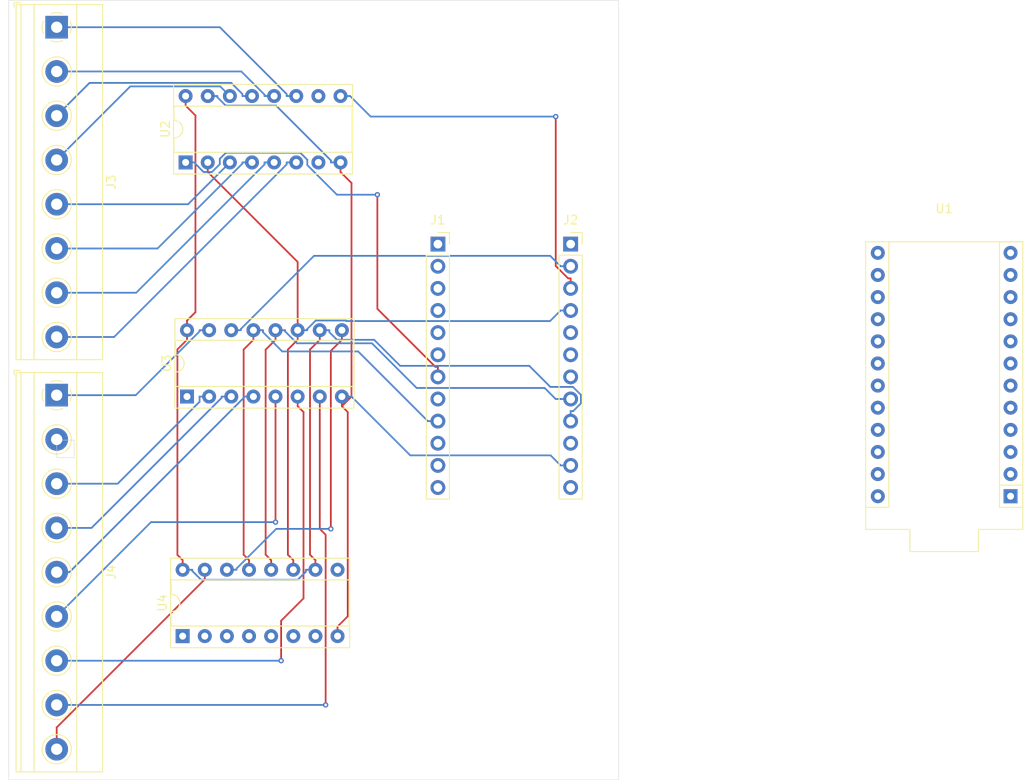
<source format=kicad_pcb>
(kicad_pcb (version 20240108) (generator "pcbnew") (generator_version "8.0")
  (layers (0 "F.Cu" signal) (31 "B.Cu" signal) (34 "B.Paste" user) (35 "F.Paste" user) (36 "B.SilkS" user "B.Silkscreen") (37 "F.SilkS" user "F.Silkscreen") (38 "B.Mask" user) (39 "F.Mask" user) (44 "Edge.Cuts" user))
  (net 0 "")
  (net 5 "Net-(J1-Pin_9)")
  (net 8 "Net-(J1-Pin_7)")
  (net 13 "Net-(J2-Pin_4)")
  (net 15 "Net-(J2-Pin_2)")
  (net 16 "Net-(J2-Pin_3)")
  (net 17 "GND")
  (net 19 "+5V")
  (net 23 "Net-(J2-Pin_8)")
  (net 25 "Net-(J3-Pin_6)")
  (net 26 "Net-(J3-Pin_3)")
  (net 27 "Net-(J3-Pin_4)")
  (net 28 "Net-(J3-Pin_5)")
  (net 29 "Net-(J3-Pin_1)")
  (net 30 "Net-(J3-Pin_7)")
  (net 31 "Net-(J3-Pin_8)")
  (net 32 "Net-(J3-Pin_2)")
  (net 33 "Net-(J4-Pin_8)")
  (net 34 "Net-(J4-Pin_1)")
  (net 35 "Net-(J4-Pin_7)")
  (net 36 "Net-(J4-Pin_3)")
  (net 37 "Net-(J4-Pin_5)")
  (net 38 "Net-(J4-Pin_2)")
  (net 39 "Net-(J4-Pin_4)")
  (net 40 "Net-(J4-Pin_6)")
  (net 41 "Net-(J4-Pin_9)")
  (net 68 "Net-(U3-QH')")
  (footprint "TerminalBlock_Phoenix:TerminalBlock_Phoenix_MKDS-1,5-9-5.08_1x09_P5.08mm_Horizontal" (layer "F.Cu") (at 33 97.34 -90)
    (property "Reference" "J4" (at 20.32 -6.26 90) (layer "F.SilkS"))
    (property "Value" "Screw_Terminal_01x09")
    (fp_line (start -2.84 4.9) (end -2.34 4.9) (stroke (width 0.12)) (layer "F.SilkS"))
    (fp_line (start -2.6 4.66) (end 43.24 4.66) (stroke (width 0.12)) (layer "F.SilkS"))
    (fp_line (start -2.84 4.16) (end -2.84 4.9) (stroke (width 0.12)) (layer "F.SilkS"))
    (fp_line (start -2.6 4.1) (end 43.24 4.1) (stroke (width 0.12)) (layer "F.SilkS"))
    (fp_line (start -2.6 2.6) (end 43.24 2.6) (stroke (width 0.12)) (layer "F.SilkS"))
    (fp_line (start 4.046 1.239) (end 4.011 1.274) (stroke (width 0.12)) (layer "F.SilkS"))
    (fp_line (start 9.126 1.239) (end 9.091 1.274) (stroke (width 0.12)) (layer "F.SilkS"))
    (fp_line (start 14.206 1.239) (end 14.171 1.274) (stroke (width 0.12)) (layer "F.SilkS"))
    (fp_line (start 19.286 1.239) (end 19.251 1.274) (stroke (width 0.12)) (layer "F.SilkS"))
    (fp_line (start 24.366 1.239) (end 24.331 1.274) (stroke (width 0.12)) (layer "F.SilkS"))
    (fp_line (start 29.446 1.239) (end 29.411 1.274) (stroke (width 0.12)) (layer "F.SilkS"))
    (fp_line (start 34.526 1.239) (end 34.491 1.274) (stroke (width 0.12)) (layer "F.SilkS"))
    (fp_line (start 39.606 1.239) (end 39.571 1.274) (stroke (width 0.12)) (layer "F.SilkS"))
    (fp_line (start 3.853 1.023) (end 3.806 1.069) (stroke (width 0.12)) (layer "F.SilkS"))
    (fp_line (start 8.933 1.023) (end 8.886 1.069) (stroke (width 0.12)) (layer "F.SilkS"))
    (fp_line (start 14.013 1.023) (end 13.966 1.069) (stroke (width 0.12)) (layer "F.SilkS"))
    (fp_line (start 19.093 1.023) (end 19.046 1.069) (stroke (width 0.12)) (layer "F.SilkS"))
    (fp_line (start 24.173 1.023) (end 24.126 1.069) (stroke (width 0.12)) (layer "F.SilkS"))
    (fp_line (start 29.253 1.023) (end 29.206 1.069) (stroke (width 0.12)) (layer "F.SilkS"))
    (fp_line (start 34.333 1.023) (end 34.286 1.069) (stroke (width 0.12)) (layer "F.SilkS"))
    (fp_line (start 39.413 1.023) (end 39.366 1.069) (stroke (width 0.12)) (layer "F.SilkS"))
    (fp_line (start 6.355 -1.069) (end 6.308 -1.023) (stroke (width 0.12)) (layer "F.SilkS"))
    (fp_line (start 11.435 -1.069) (end 11.388 -1.023) (stroke (width 0.12)) (layer "F.SilkS"))
    (fp_line (start 16.515 -1.069) (end 16.468 -1.023) (stroke (width 0.12)) (layer "F.SilkS"))
    (fp_line (start 21.595 -1.069) (end 21.548 -1.023) (stroke (width 0.12)) (layer "F.SilkS"))
    (fp_line (start 26.675 -1.069) (end 26.628 -1.023) (stroke (width 0.12)) (layer "F.SilkS"))
    (fp_line (start 31.755 -1.069) (end 31.708 -1.023) (stroke (width 0.12)) (layer "F.SilkS"))
    (fp_line (start 36.835 -1.069) (end 36.788 -1.023) (stroke (width 0.12)) (layer "F.SilkS"))
    (fp_line (start 41.915 -1.069) (end 41.868 -1.023) (stroke (width 0.12)) (layer "F.SilkS"))
    (fp_line (start 6.15 -1.275) (end 6.115 -1.239) (stroke (width 0.12)) (layer "F.SilkS"))
    (fp_line (start 11.23 -1.275) (end 11.195 -1.239) (stroke (width 0.12)) (layer "F.SilkS"))
    (fp_line (start 16.31 -1.275) (end 16.275 -1.239) (stroke (width 0.12)) (layer "F.SilkS"))
    (fp_line (start 21.39 -1.275) (end 21.355 -1.239) (stroke (width 0.12)) (layer "F.SilkS"))
    (fp_line (start 26.47 -1.275) (end 26.435 -1.239) (stroke (width 0.12)) (layer "F.SilkS"))
    (fp_line (start 31.55 -1.275) (end 31.515 -1.239) (stroke (width 0.12)) (layer "F.SilkS"))
    (fp_line (start 36.63 -1.275) (end 36.595 -1.239) (stroke (width 0.12)) (layer "F.SilkS"))
    (fp_line (start 41.71 -1.275) (end 41.675 -1.239) (stroke (width 0.12)) (layer "F.SilkS"))
    (fp_line (start -2.6 -2.301) (end 43.24 -2.301) (stroke (width 0.12)) (layer "F.SilkS"))
    (fp_line (start -2.6 -5.261) (end -2.6 4.66) (stroke (width 0.12)) (layer "F.SilkS"))
    (fp_line (start -2.6 -5.261) (end 43.24 -5.261) (stroke (width 0.12)) (layer "F.SilkS"))
    (fp_line (start 43.24 -5.261) (end 43.24 4.66) (stroke (width 0.12)) (layer "F.SilkS"))
    (fp_arc (start 0.028805 1.680253) (mid -0.335551 1.646659) (end -0.684 1.535) (stroke (width 0.12)) (layer "F.SilkS"))
    (fp_arc (start 0.683318 1.534756) (mid 0.349292 1.643288) (end 0 1.68) (stroke (width 0.12)) (layer "F.SilkS"))
    (fp_arc (start -1.535427 0.683042) (mid -1.680501 -0.000524) (end -1.535 -0.684) (stroke (width 0.12)) (layer "F.SilkS"))
    (fp_arc (start 1.535427 -0.683042) (mid 1.680501 0.000524) (end 1.535 0.684) (stroke (width 0.12)) (layer "F.SilkS"))
    (fp_arc (start -0.683042 -1.535427) (mid 0.000524 -1.680501) (end 0.684 -1.535) (stroke (width 0.12)) (layer "F.SilkS"))
    (fp_circle (center 5.08 0) (end 6.76 0) (stroke (width 0.12)) (fill none) (layer "F.SilkS"))
    (fp_circle (center 10.16 0) (end 11.84 0) (stroke (width 0.12)) (fill none) (layer "F.SilkS"))
    (fp_circle (center 15.24 0) (end 16.92 0) (stroke (width 0.12)) (fill none) (layer "F.SilkS"))
    (fp_circle (center 20.32 0) (end 22 0) (stroke (width 0.12)) (fill none) (layer "F.SilkS"))
    (fp_circle (center 25.4 0) (end 27.08 0) (stroke (width 0.12)) (fill none) (layer "F.SilkS"))
    (fp_circle (center 30.48 0) (end 32.16 0) (stroke (width 0.12)) (fill none) (layer "F.SilkS"))
    (fp_circle (center 35.56 0) (end 37.24 0) (stroke (width 0.12)) (fill none) (layer "F.SilkS"))
    (fp_circle (center 40.64 0) (end 42.32 0) (stroke (width 0.12)) (fill none) (layer "F.SilkS"))
    (pad "1" thru_hole rect (at 0 0 270) (size 2.6 2.6) (drill 1.3) (layers "*.Cu" "*.Mask") (net 34 "Net-(J4-Pin_1)"))
    (pad "2" thru_hole circle (at 5.08 0 270) (size 2.6 2.6) (drill 1.3) (layers "*.Cu" "*.Mask") (net 38 "Net-(J4-Pin_2)"))
    (pad "3" thru_hole circle (at 10.16 0 270) (size 2.6 2.6) (drill 1.3) (layers "*.Cu" "*.Mask") (net 36 "Net-(J4-Pin_3)"))
    (pad "4" thru_hole circle (at 15.24 0 270) (size 2.6 2.6) (drill 1.3) (layers "*.Cu" "*.Mask") (net 39 "Net-(J4-Pin_4)"))
    (pad "5" thru_hole circle (at 20.32 0 270) (size 2.6 2.6) (drill 1.3) (layers "*.Cu" "*.Mask") (net 37 "Net-(J4-Pin_5)"))
    (pad "6" thru_hole circle (at 25.4 0 270) (size 2.6 2.6) (drill 1.3) (layers "*.Cu" "*.Mask") (net 40 "Net-(J4-Pin_6)"))
    (pad "7" thru_hole circle (at 30.48 0 270) (size 2.6 2.6) (drill 1.3) (layers "*.Cu" "*.Mask") (net 35 "Net-(J4-Pin_7)"))
    (pad "8" thru_hole circle (at 35.56 0 270) (size 2.6 2.6) (drill 1.3) (layers "*.Cu" "*.Mask") (net 33 "Net-(J4-Pin_8)"))
    (pad "9" thru_hole circle (at 40.64 0 270) (size 2.6 2.6) (drill 1.3) (layers "*.Cu" "*.Mask") (net 41 "Net-(J4-Pin_9)"))
  )
  (footprint "Connector_PinSocket_2.54mm:PinSocket_1x12_P2.54mm_Vertical" (layer "F.Cu") (at 92 80)
    (property "Reference" "J2" (at 0 -2.77 0) (layer "F.SilkS"))
    (property "Value" "Conn_01x12_Socket" (hide yes))
    (fp_line (start -1.33 1.27) (end -1.33 29.27) (stroke (width 0.12)) (layer "F.SilkS"))
    (fp_line (start -1.33 1.27) (end 1.33 1.27) (stroke (width 0.12)) (layer "F.SilkS"))
    (fp_line (start -1.33 29.27) (end 1.33 29.27) (stroke (width 0.12)) (layer "F.SilkS"))
    (fp_line (start 0 -1.33) (end 1.33 -1.33) (stroke (width 0.12)) (layer "F.SilkS"))
    (fp_line (start 1.33 -1.33) (end 1.33 0) (stroke (width 0.12)) (layer "F.SilkS"))
    (fp_line (start 1.33 1.27) (end 1.33 29.27) (stroke (width 0.12)) (layer "F.SilkS"))
    (pad "1" thru_hole rect (at 0 0) (size 1.7 1.7) (drill 1) (layers "*.Cu" "*.Mask"))
    (pad "2" thru_hole oval (at 0 2.54) (size 1.7 1.7) (drill 1) (layers "*.Cu" "*.Mask") (net 15 "Net-(J2-Pin_2)"))
    (pad "3" thru_hole oval (at 0 5.08) (size 1.7 1.7) (drill 1) (layers "*.Cu" "*.Mask") (net 16 "Net-(J2-Pin_3)"))
    (pad "4" thru_hole oval (at 0 7.62) (size 1.7 1.7) (drill 1) (layers "*.Cu" "*.Mask") (net 13 "Net-(J2-Pin_4)"))
    (pad "5" thru_hole oval (at 0 10.16) (size 1.7 1.7) (drill 1) (layers "*.Cu" "*.Mask"))
    (pad "6" thru_hole oval (at 0 12.7) (size 1.7 1.7) (drill 1) (layers "*.Cu" "*.Mask"))
    (pad "7" thru_hole oval (at 0 15.24) (size 1.7 1.7) (drill 1) (layers "*.Cu" "*.Mask"))
    (pad "8" thru_hole oval (at 0 17.78) (size 1.7 1.7) (drill 1) (layers "*.Cu" "*.Mask") (net 23 "Net-(J2-Pin_8)"))
    (pad "9" thru_hole oval (at 0 20.32) (size 1.7 1.7) (drill 1) (layers "*.Cu" "*.Mask") (net 19 "+5V"))
    (pad "10" thru_hole oval (at 0 22.86) (size 1.7 1.7) (drill 1) (layers "*.Cu" "*.Mask"))
    (pad "11" thru_hole oval (at 0 25.4) (size 1.7 1.7) (drill 1) (layers "*.Cu" "*.Mask") (net 17 "GND"))
    (pad "12" thru_hole oval (at 0 27.94) (size 1.7 1.7) (drill 1) (layers "*.Cu" "*.Mask"))
  )
  (footprint "Package_DIP:DIP-16_W7.62mm_Socket" (layer "F.Cu") (at 47.46 125 90)
    (property "Reference" "U4" (at 3.81 -2.33 90) (layer "F.SilkS"))
    (property "Value" "74HC595")
    (fp_line (start 8.95 -1.39) (end -1.33 -1.39) (stroke (width 0.12)) (layer "F.SilkS"))
    (fp_line (start -1.33 -1.39) (end -1.33 19.17) (stroke (width 0.12)) (layer "F.SilkS"))
    (fp_line (start 6.46 -1.33) (end 4.81 -1.33) (stroke (width 0.12)) (layer "F.SilkS"))
    (fp_line (start 2.81 -1.33) (end 1.16 -1.33) (stroke (width 0.12)) (layer "F.SilkS"))
    (fp_line (start 1.16 -1.33) (end 1.16 19.11) (stroke (width 0.12)) (layer "F.SilkS"))
    (fp_line (start 6.46 19.11) (end 6.46 -1.33) (stroke (width 0.12)) (layer "F.SilkS"))
    (fp_line (start 1.16 19.11) (end 6.46 19.11) (stroke (width 0.12)) (layer "F.SilkS"))
    (fp_line (start 8.95 19.17) (end 8.95 -1.39) (stroke (width 0.12)) (layer "F.SilkS"))
    (fp_line (start -1.33 19.17) (end 8.95 19.17) (stroke (width 0.12)) (layer "F.SilkS"))
    (fp_arc (start 4.81 -1.33) (mid 3.81 -0.33) (end 2.81 -1.33) (stroke (width 0.12)) (layer "F.SilkS"))
    (pad "1" thru_hole rect (at 0 0 90) (size 1.6 1.6) (drill 0.8) (layers "*.Cu" "*.Mask"))
    (pad "2" thru_hole oval (at 0 2.54 90) (size 1.6 1.6) (drill 0.8) (layers "*.Cu" "*.Mask"))
    (pad "3" thru_hole oval (at 0 5.08 90) (size 1.6 1.6) (drill 0.8) (layers "*.Cu" "*.Mask"))
    (pad "4" thru_hole oval (at 0 7.62 90) (size 1.6 1.6) (drill 0.8) (layers "*.Cu" "*.Mask"))
    (pad "5" thru_hole oval (at 0 10.16 90) (size 1.6 1.6) (drill 0.8) (layers "*.Cu" "*.Mask"))
    (pad "6" thru_hole oval (at 0 12.7 90) (size 1.6 1.6) (drill 0.8) (layers "*.Cu" "*.Mask"))
    (pad "7" thru_hole oval (at 0 15.24 90) (size 1.6 1.6) (drill 0.8) (layers "*.Cu" "*.Mask"))
    (pad "8" thru_hole oval (at 0 17.78 90) (size 1.6 1.6) (drill 0.8) (layers "*.Cu" "*.Mask") (net 17 "GND"))
    (pad "9" thru_hole oval (at 7.62 17.78 90) (size 1.6 1.6) (drill 0.8) (layers "*.Cu" "*.Mask"))
    (pad "10" thru_hole oval (at 7.62 15.24 90) (size 1.6 1.6) (drill 0.8) (layers "*.Cu" "*.Mask") (net 19 "+5V"))
    (pad "11" thru_hole oval (at 7.62 12.7 90) (size 1.6 1.6) (drill 0.8) (layers "*.Cu" "*.Mask") (net 13 "Net-(J2-Pin_4)"))
    (pad "12" thru_hole oval (at 7.62 10.16 90) (size 1.6 1.6) (drill 0.8) (layers "*.Cu" "*.Mask") (net 23 "Net-(J2-Pin_8)"))
    (pad "13" thru_hole oval (at 7.62 7.62 90) (size 1.6 1.6) (drill 0.8) (layers "*.Cu" "*.Mask") (net 5 "Net-(J1-Pin_9)"))
    (pad "14" thru_hole oval (at 7.62 5.08 90) (size 1.6 1.6) (drill 0.8) (layers "*.Cu" "*.Mask") (net 68 "Net-(U3-QH')"))
    (pad "15" thru_hole oval (at 7.62 2.54 90) (size 1.6 1.6) (drill 0.8) (layers "*.Cu" "*.Mask") (net 41 "Net-(J4-Pin_9)"))
    (pad "16" thru_hole oval (at 7.62 0 90) (size 1.6 1.6) (drill 0.8) (layers "*.Cu" "*.Mask") (net 19 "+5V"))
  )
  (footprint "Connector_PinSocket_2.54mm:PinSocket_1x12_P2.54mm_Vertical" (layer "F.Cu") (at 76.76 80)
    (property "Reference" "J1" (at 0 -2.77 0) (layer "F.SilkS"))
    (property "Value" "Conn_01x12_Socket" (hide yes))
    (fp_line (start -1.33 1.27) (end -1.33 29.27) (stroke (width 0.12)) (layer "F.SilkS"))
    (fp_line (start -1.33 1.27) (end 1.33 1.27) (stroke (width 0.12)) (layer "F.SilkS"))
    (fp_line (start -1.33 29.27) (end 1.33 29.27) (stroke (width 0.12)) (layer "F.SilkS"))
    (fp_line (start 0 -1.33) (end 1.33 -1.33) (stroke (width 0.12)) (layer "F.SilkS"))
    (fp_line (start 1.33 -1.33) (end 1.33 0) (stroke (width 0.12)) (layer "F.SilkS"))
    (fp_line (start 1.33 1.27) (end 1.33 29.27) (stroke (width 0.12)) (layer "F.SilkS"))
    (pad "1" thru_hole rect (at 0 0) (size 1.7 1.7) (drill 1) (layers "*.Cu" "*.Mask"))
    (pad "2" thru_hole oval (at 0 2.54) (size 1.7 1.7) (drill 1) (layers "*.Cu" "*.Mask"))
    (pad "3" thru_hole oval (at 0 5.08) (size 1.7 1.7) (drill 1) (layers "*.Cu" "*.Mask"))
    (pad "4" thru_hole oval (at 0 7.62) (size 1.7 1.7) (drill 1) (layers "*.Cu" "*.Mask"))
    (pad "5" thru_hole oval (at 0 10.16) (size 1.7 1.7) (drill 1) (layers "*.Cu" "*.Mask"))
    (pad "6" thru_hole oval (at 0 12.7) (size 1.7 1.7) (drill 1) (layers "*.Cu" "*.Mask"))
    (pad "7" thru_hole oval (at 0 15.24) (size 1.7 1.7) (drill 1) (layers "*.Cu" "*.Mask") (net 8 "Net-(J1-Pin_7)"))
    (pad "8" thru_hole oval (at 0 17.78) (size 1.7 1.7) (drill 1) (layers "*.Cu" "*.Mask"))
    (pad "9" thru_hole oval (at 0 20.32) (size 1.7 1.7) (drill 1) (layers "*.Cu" "*.Mask") (net 5 "Net-(J1-Pin_9)"))
    (pad "10" thru_hole oval (at 0 22.86) (size 1.7 1.7) (drill 1) (layers "*.Cu" "*.Mask"))
    (pad "11" thru_hole oval (at 0 25.4) (size 1.7 1.7) (drill 1) (layers "*.Cu" "*.Mask"))
    (pad "12" thru_hole oval (at 0 27.94) (size 1.7 1.7) (drill 1) (layers "*.Cu" "*.Mask"))
  )
  (footprint "Package_DIP:DIP-16_W7.62mm_Socket" (layer "F.Cu") (at 47.96 97.5 90)
    (property "Reference" "U3" (at 3.81 -2.33 90) (layer "F.SilkS"))
    (property "Value" "74HC595")
    (fp_line (start 8.95 -1.39) (end -1.33 -1.39) (stroke (width 0.12)) (layer "F.SilkS"))
    (fp_line (start -1.33 -1.39) (end -1.33 19.17) (stroke (width 0.12)) (layer "F.SilkS"))
    (fp_line (start 6.46 -1.33) (end 4.81 -1.33) (stroke (width 0.12)) (layer "F.SilkS"))
    (fp_line (start 2.81 -1.33) (end 1.16 -1.33) (stroke (width 0.12)) (layer "F.SilkS"))
    (fp_line (start 1.16 -1.33) (end 1.16 19.11) (stroke (width 0.12)) (layer "F.SilkS"))
    (fp_line (start 6.46 19.11) (end 6.46 -1.33) (stroke (width 0.12)) (layer "F.SilkS"))
    (fp_line (start 1.16 19.11) (end 6.46 19.11) (stroke (width 0.12)) (layer "F.SilkS"))
    (fp_line (start 8.95 19.17) (end 8.95 -1.39) (stroke (width 0.12)) (layer "F.SilkS"))
    (fp_line (start -1.33 19.17) (end 8.95 19.17) (stroke (width 0.12)) (layer "F.SilkS"))
    (fp_arc (start 4.81 -1.33) (mid 3.81 -0.33) (end 2.81 -1.33) (stroke (width 0.12)) (layer "F.SilkS"))
    (pad "1" thru_hole rect (at 0 0 90) (size 1.6 1.6) (drill 0.8) (layers "*.Cu" "*.Mask") (net 38 "Net-(J4-Pin_2)"))
    (pad "2" thru_hole oval (at 0 2.54 90) (size 1.6 1.6) (drill 0.8) (layers "*.Cu" "*.Mask") (net 36 "Net-(J4-Pin_3)"))
    (pad "3" thru_hole oval (at 0 5.08 90) (size 1.6 1.6) (drill 0.8) (layers "*.Cu" "*.Mask") (net 39 "Net-(J4-Pin_4)"))
    (pad "4" thru_hole oval (at 0 7.62 90) (size 1.6 1.6) (drill 0.8) (layers "*.Cu" "*.Mask") (net 37 "Net-(J4-Pin_5)"))
    (pad "5" thru_hole oval (at 0 10.16 90) (size 1.6 1.6) (drill 0.8) (layers "*.Cu" "*.Mask") (net 40 "Net-(J4-Pin_6)"))
    (pad "6" thru_hole oval (at 0 12.7 90) (size 1.6 1.6) (drill 0.8) (layers "*.Cu" "*.Mask") (net 35 "Net-(J4-Pin_7)"))
    (pad "7" thru_hole oval (at 0 15.24 90) (size 1.6 1.6) (drill 0.8) (layers "*.Cu" "*.Mask") (net 33 "Net-(J4-Pin_8)"))
    (pad "8" thru_hole oval (at 0 17.78 90) (size 1.6 1.6) (drill 0.8) (layers "*.Cu" "*.Mask") (net 17 "GND"))
    (pad "9" thru_hole oval (at 7.62 17.78 90) (size 1.6 1.6) (drill 0.8) (layers "*.Cu" "*.Mask") (net 68 "Net-(U3-QH')"))
    (pad "10" thru_hole oval (at 7.62 15.24 90) (size 1.6 1.6) (drill 0.8) (layers "*.Cu" "*.Mask") (net 19 "+5V"))
    (pad "11" thru_hole oval (at 7.62 12.7 90) (size 1.6 1.6) (drill 0.8) (layers "*.Cu" "*.Mask") (net 13 "Net-(J2-Pin_4)"))
    (pad "12" thru_hole oval (at 7.62 10.16 90) (size 1.6 1.6) (drill 0.8) (layers "*.Cu" "*.Mask") (net 23 "Net-(J2-Pin_8)"))
    (pad "13" thru_hole oval (at 7.62 7.62 90) (size 1.6 1.6) (drill 0.8) (layers "*.Cu" "*.Mask") (net 5 "Net-(J1-Pin_9)"))
    (pad "14" thru_hole oval (at 7.62 5.08 90) (size 1.6 1.6) (drill 0.8) (layers "*.Cu" "*.Mask") (net 15 "Net-(J2-Pin_2)"))
    (pad "15" thru_hole oval (at 7.62 2.54 90) (size 1.6 1.6) (drill 0.8) (layers "*.Cu" "*.Mask") (net 34 "Net-(J4-Pin_1)"))
    (pad "16" thru_hole oval (at 7.62 0 90) (size 1.6 1.6) (drill 0.8) (layers "*.Cu" "*.Mask") (net 19 "+5V"))
  )
  (footprint "Arduino:Sparkfun_Pro_Micro" (layer "F.Cu") (at 127.26 81)
    (property "Reference" "U1" (at 7.62 -5.08 0) (layer "F.SilkS"))
    (property "Value" "ProMicro")
    (fp_line (start -1.397 -1.27) (end -1.397 31.75) (stroke (width 0.12)) (layer "F.SilkS"))
    (fp_line (start -1.397 31.75) (end 3.683 31.75) (stroke (width 0.12)) (layer "F.SilkS"))
    (fp_line (start 1.27 -1.27) (end -1.397 -1.27) (stroke (width 0.12)) (layer "F.SilkS"))
    (fp_line (start 1.27 1.27) (end 1.27 -1.27) (stroke (width 0.12)) (layer "F.SilkS"))
    (fp_line (start 1.27 1.27) (end 1.27 29.21) (stroke (width 0.12)) (layer "F.SilkS"))
    (fp_line (start 1.27 29.21) (end -1.4 29.21) (stroke (width 0.12)) (layer "F.SilkS"))
    (fp_line (start 3.683 34.29) (end 3.683 31.75) (stroke (width 0.12)) (layer "F.SilkS"))
    (fp_line (start 3.683 34.29) (end 11.557 34.29) (stroke (width 0.12)) (layer "F.SilkS"))
    (fp_line (start 11.557 31.75) (end 16.637 31.75) (stroke (width 0.12)) (layer "F.SilkS"))
    (fp_line (start 11.557 34.29) (end 11.557 31.75) (stroke (width 0.12)) (layer "F.SilkS"))
    (fp_line (start 13.97 -1.27) (end 13.97 29.21) (stroke (width 0.12)) (layer "F.SilkS"))
    (fp_line (start 13.97 -1.27) (end 16.64 -1.27) (stroke (width 0.12)) (layer "F.SilkS"))
    (fp_line (start 13.97 26.67) (end 16.64 26.67) (stroke (width 0.12)) (layer "F.SilkS"))
    (fp_line (start 13.97 29.21) (end 16.64 29.21) (stroke (width 0.12)) (layer "F.SilkS"))
    (fp_line (start 16.637 -1.27) (end 1.27 -1.27) (stroke (width 0.12)) (layer "F.SilkS"))
    (fp_line (start 16.637 31.75) (end 16.64 -1.27) (stroke (width 0.12)) (layer "F.SilkS"))
    (pad "1" thru_hole rect (at 15.24 27.94) (size 1.6 1.6) (drill 0.8) (layers "*.Cu" "*.Mask"))
    (pad "2" thru_hole oval (at 15.24 25.4) (size 1.6 1.6) (drill 0.8) (layers "*.Cu" "*.Mask"))
    (pad "3" thru_hole oval (at 15.24 22.86) (size 1.6 1.6) (drill 0.8) (layers "*.Cu" "*.Mask"))
    (pad "4" thru_hole oval (at 15.24 20.32) (size 1.6 1.6) (drill 0.8) (layers "*.Cu" "*.Mask"))
    (pad "5" thru_hole oval (at 15.24 17.78) (size 1.6 1.6) (drill 0.8) (layers "*.Cu" "*.Mask"))
    (pad "6" thru_hole oval (at 15.24 15.24) (size 1.6 1.6) (drill 0.8) (layers "*.Cu" "*.Mask"))
    (pad "7" thru_hole oval (at 15.24 12.7) (size 1.6 1.6) (drill 0.8) (layers "*.Cu" "*.Mask"))
    (pad "8" thru_hole oval (at 15.24 10.16) (size 1.6 1.6) (drill 0.8) (layers "*.Cu" "*.Mask"))
    (pad "9" thru_hole oval (at 15.24 7.62) (size 1.6 1.6) (drill 0.8) (layers "*.Cu" "*.Mask"))
    (pad "10" thru_hole oval (at 15.24 5.08) (size 1.6 1.6) (drill 0.8) (layers "*.Cu" "*.Mask"))
    (pad "11" thru_hole oval (at 15.24 2.54) (size 1.6 1.6) (drill 0.8) (layers "*.Cu" "*.Mask"))
    (pad "12" thru_hole oval (at 15.24 0) (size 1.6 1.6) (drill 0.8) (layers "*.Cu" "*.Mask"))
    (pad "13" thru_hole oval (at 0 0) (size 1.6 1.6) (drill 0.8) (layers "*.Cu" "*.Mask"))
    (pad "14" thru_hole oval (at 0 2.54) (size 1.6 1.6) (drill 0.8) (layers "*.Cu" "*.Mask"))
    (pad "15" thru_hole oval (at 0 5.08) (size 1.6 1.6) (drill 0.8) (layers "*.Cu" "*.Mask"))
    (pad "16" thru_hole oval (at 0 7.62) (size 1.6 1.6) (drill 0.8) (layers "*.Cu" "*.Mask"))
    (pad "17" thru_hole oval (at 0 10.16) (size 1.6 1.6) (drill 0.8) (layers "*.Cu" "*.Mask"))
    (pad "18" thru_hole oval (at 0 12.7) (size 1.6 1.6) (drill 0.8) (layers "*.Cu" "*.Mask"))
    (pad "19" thru_hole oval (at 0 15.24) (size 1.6 1.6) (drill 0.8) (layers "*.Cu" "*.Mask"))
    (pad "20" thru_hole oval (at 0 17.78) (size 1.6 1.6) (drill 0.8) (layers "*.Cu" "*.Mask"))
    (pad "21" thru_hole oval (at 0 20.32) (size 1.6 1.6) (drill 0.8) (layers "*.Cu" "*.Mask"))
    (pad "22" thru_hole oval (at 0 22.86) (size 1.6 1.6) (drill 0.8) (layers "*.Cu" "*.Mask"))
    (pad "23" thru_hole oval (at 0 25.4) (size 1.6 1.6) (drill 0.8) (layers "*.Cu" "*.Mask"))
    (pad "24" thru_hole oval (at 0 27.94) (size 1.6 1.6) (drill 0.8) (layers "*.Cu" "*.Mask"))
  )
  (footprint "Package_DIP:DIP-16_W7.62mm_Socket" (layer "F.Cu") (at 47.8 70.62 90)
    (property "Reference" "U2" (at 3.81 -2.33 90) (layer "F.SilkS"))
    (property "Value" "74HC165")
    (fp_line (start 8.95 -1.39) (end -1.33 -1.39) (stroke (width 0.12)) (layer "F.SilkS"))
    (fp_line (start -1.33 -1.39) (end -1.33 19.17) (stroke (width 0.12)) (layer "F.SilkS"))
    (fp_line (start 6.46 -1.33) (end 4.81 -1.33) (stroke (width 0.12)) (layer "F.SilkS"))
    (fp_line (start 2.81 -1.33) (end 1.16 -1.33) (stroke (width 0.12)) (layer "F.SilkS"))
    (fp_line (start 1.16 -1.33) (end 1.16 19.11) (stroke (width 0.12)) (layer "F.SilkS"))
    (fp_line (start 6.46 19.11) (end 6.46 -1.33) (stroke (width 0.12)) (layer "F.SilkS"))
    (fp_line (start 1.16 19.11) (end 6.46 19.11) (stroke (width 0.12)) (layer "F.SilkS"))
    (fp_line (start 8.95 19.17) (end 8.95 -1.39) (stroke (width 0.12)) (layer "F.SilkS"))
    (fp_line (start -1.33 19.17) (end 8.95 19.17) (stroke (width 0.12)) (layer "F.SilkS"))
    (fp_arc (start 4.81 -1.33) (mid 3.81 -0.33) (end 2.81 -1.33) (stroke (width 0.12)) (layer "F.SilkS"))
    (pad "1" thru_hole rect (at 0 0 90) (size 1.6 1.6) (drill 0.8) (layers "*.Cu" "*.Mask") (net 8 "Net-(J1-Pin_7)"))
    (pad "2" thru_hole oval (at 0 2.54 90) (size 1.6 1.6) (drill 0.8) (layers "*.Cu" "*.Mask") (net 13 "Net-(J2-Pin_4)"))
    (pad "3" thru_hole oval (at 0 5.08 90) (size 1.6 1.6) (drill 0.8) (layers "*.Cu" "*.Mask") (net 28 "Net-(J3-Pin_5)"))
    (pad "4" thru_hole oval (at 0 7.62 90) (size 1.6 1.6) (drill 0.8) (layers "*.Cu" "*.Mask") (net 25 "Net-(J3-Pin_6)"))
    (pad "5" thru_hole oval (at 0 10.16 90) (size 1.6 1.6) (drill 0.8) (layers "*.Cu" "*.Mask") (net 30 "Net-(J3-Pin_7)"))
    (pad "6" thru_hole oval (at 0 12.7 90) (size 1.6 1.6) (drill 0.8) (layers "*.Cu" "*.Mask") (net 31 "Net-(J3-Pin_8)"))
    (pad "7" thru_hole oval (at 0 15.24 90) (size 1.6 1.6) (drill 0.8) (layers "*.Cu" "*.Mask"))
    (pad "8" thru_hole oval (at 0 17.78 90) (size 1.6 1.6) (drill 0.8) (layers "*.Cu" "*.Mask") (net 17 "GND"))
    (pad "9" thru_hole oval (at 7.62 17.78 90) (size 1.6 1.6) (drill 0.8) (layers "*.Cu" "*.Mask") (net 16 "Net-(J2-Pin_3)"))
    (pad "10" thru_hole oval (at 7.62 15.24 90) (size 1.6 1.6) (drill 0.8) (layers "*.Cu" "*.Mask"))
    (pad "11" thru_hole oval (at 7.62 12.7 90) (size 1.6 1.6) (drill 0.8) (layers "*.Cu" "*.Mask") (net 29 "Net-(J3-Pin_1)"))
    (pad "12" thru_hole oval (at 7.62 10.16 90) (size 1.6 1.6) (drill 0.8) (layers "*.Cu" "*.Mask") (net 32 "Net-(J3-Pin_2)"))
    (pad "13" thru_hole oval (at 7.62 7.62 90) (size 1.6 1.6) (drill 0.8) (layers "*.Cu" "*.Mask") (net 26 "Net-(J3-Pin_3)"))
    (pad "14" thru_hole oval (at 7.62 5.08 90) (size 1.6 1.6) (drill 0.8) (layers "*.Cu" "*.Mask") (net 27 "Net-(J3-Pin_4)"))
    (pad "15" thru_hole oval (at 7.62 2.54 90) (size 1.6 1.6) (drill 0.8) (layers "*.Cu" "*.Mask") (net 17 "GND"))
    (pad "16" thru_hole oval (at 7.62 0 90) (size 1.6 1.6) (drill 0.8) (layers "*.Cu" "*.Mask") (net 19 "+5V"))
  )
  (footprint "TerminalBlock_Phoenix:TerminalBlock_Phoenix_MKDS-1,5-8-5.08_1x08_P5.08mm_Horizontal" (layer "F.Cu") (at 33 55.1 -90)
    (property "Reference" "J3" (at 17.78 -6.26 90) (layer "F.SilkS"))
    (property "Value" "Screw_Terminal_01x08")
    (fp_line (start -2.84 4.9) (end -2.34 4.9) (stroke (width 0.12)) (layer "F.SilkS"))
    (fp_line (start -2.6 4.66) (end 38.16 4.66) (stroke (width 0.12)) (layer "F.SilkS"))
    (fp_line (start -2.84 4.16) (end -2.84 4.9) (stroke (width 0.12)) (layer "F.SilkS"))
    (fp_line (start -2.6 4.1) (end 38.16 4.1) (stroke (width 0.12)) (layer "F.SilkS"))
    (fp_line (start -2.6 2.6) (end 38.16 2.6) (stroke (width 0.12)) (layer "F.SilkS"))
    (fp_line (start 4.046 1.239) (end 4.011 1.274) (stroke (width 0.12)) (layer "F.SilkS"))
    (fp_line (start 9.126 1.239) (end 9.091 1.274) (stroke (width 0.12)) (layer "F.SilkS"))
    (fp_line (start 14.206 1.239) (end 14.171 1.274) (stroke (width 0.12)) (layer "F.SilkS"))
    (fp_line (start 19.286 1.239) (end 19.251 1.274) (stroke (width 0.12)) (layer "F.SilkS"))
    (fp_line (start 24.366 1.239) (end 24.331 1.274) (stroke (width 0.12)) (layer "F.SilkS"))
    (fp_line (start 29.446 1.239) (end 29.411 1.274) (stroke (width 0.12)) (layer "F.SilkS"))
    (fp_line (start 34.526 1.239) (end 34.491 1.274) (stroke (width 0.12)) (layer "F.SilkS"))
    (fp_line (start 3.853 1.023) (end 3.806 1.069) (stroke (width 0.12)) (layer "F.SilkS"))
    (fp_line (start 8.933 1.023) (end 8.886 1.069) (stroke (width 0.12)) (layer "F.SilkS"))
    (fp_line (start 14.013 1.023) (end 13.966 1.069) (stroke (width 0.12)) (layer "F.SilkS"))
    (fp_line (start 19.093 1.023) (end 19.046 1.069) (stroke (width 0.12)) (layer "F.SilkS"))
    (fp_line (start 24.173 1.023) (end 24.126 1.069) (stroke (width 0.12)) (layer "F.SilkS"))
    (fp_line (start 29.253 1.023) (end 29.206 1.069) (stroke (width 0.12)) (layer "F.SilkS"))
    (fp_line (start 34.333 1.023) (end 34.286 1.069) (stroke (width 0.12)) (layer "F.SilkS"))
    (fp_line (start 6.355 -1.069) (end 6.308 -1.023) (stroke (width 0.12)) (layer "F.SilkS"))
    (fp_line (start 11.435 -1.069) (end 11.388 -1.023) (stroke (width 0.12)) (layer "F.SilkS"))
    (fp_line (start 16.515 -1.069) (end 16.468 -1.023) (stroke (width 0.12)) (layer "F.SilkS"))
    (fp_line (start 21.595 -1.069) (end 21.548 -1.023) (stroke (width 0.12)) (layer "F.SilkS"))
    (fp_line (start 26.675 -1.069) (end 26.628 -1.023) (stroke (width 0.12)) (layer "F.SilkS"))
    (fp_line (start 31.755 -1.069) (end 31.708 -1.023) (stroke (width 0.12)) (layer "F.SilkS"))
    (fp_line (start 36.835 -1.069) (end 36.788 -1.023) (stroke (width 0.12)) (layer "F.SilkS"))
    (fp_line (start 6.15 -1.275) (end 6.115 -1.239) (stroke (width 0.12)) (layer "F.SilkS"))
    (fp_line (start 11.23 -1.275) (end 11.195 -1.239) (stroke (width 0.12)) (layer "F.SilkS"))
    (fp_line (start 16.31 -1.275) (end 16.275 -1.239) (stroke (width 0.12)) (layer "F.SilkS"))
    (fp_line (start 21.39 -1.275) (end 21.355 -1.239) (stroke (width 0.12)) (layer "F.SilkS"))
    (fp_line (start 26.47 -1.275) (end 26.435 -1.239) (stroke (width 0.12)) (layer "F.SilkS"))
    (fp_line (start 31.55 -1.275) (end 31.515 -1.239) (stroke (width 0.12)) (layer "F.SilkS"))
    (fp_line (start 36.63 -1.275) (end 36.595 -1.239) (stroke (width 0.12)) (layer "F.SilkS"))
    (fp_line (start -2.6 -2.301) (end 38.16 -2.301) (stroke (width 0.12)) (layer "F.SilkS"))
    (fp_line (start -2.6 -5.261) (end -2.6 4.66) (stroke (width 0.12)) (layer "F.SilkS"))
    (fp_line (start -2.6 -5.261) (end 38.16 -5.261) (stroke (width 0.12)) (layer "F.SilkS"))
    (fp_line (start 38.16 -5.261) (end 38.16 4.66) (stroke (width 0.12)) (layer "F.SilkS"))
    (fp_arc (start 0.028805 1.680253) (mid -0.335551 1.646659) (end -0.684 1.535) (stroke (width 0.12)) (layer "F.SilkS"))
    (fp_arc (start 0.683318 1.534756) (mid 0.349292 1.643288) (end 0 1.68) (stroke (width 0.12)) (layer "F.SilkS"))
    (fp_arc (start -1.535427 0.683042) (mid -1.680501 -0.000524) (end -1.535 -0.684) (stroke (width 0.12)) (layer "F.SilkS"))
    (fp_arc (start 1.535427 -0.683042) (mid 1.680501 0.000524) (end 1.535 0.684) (stroke (width 0.12)) (layer "F.SilkS"))
    (fp_arc (start -0.683042 -1.535427) (mid 0.000524 -1.680501) (end 0.684 -1.535) (stroke (width 0.12)) (layer "F.SilkS"))
    (fp_circle (center 5.08 0) (end 6.76 0) (stroke (width 0.12)) (fill none) (layer "F.SilkS"))
    (fp_circle (center 10.16 0) (end 11.84 0) (stroke (width 0.12)) (fill none) (layer "F.SilkS"))
    (fp_circle (center 15.24 0) (end 16.92 0) (stroke (width 0.12)) (fill none) (layer "F.SilkS"))
    (fp_circle (center 20.32 0) (end 22 0) (stroke (width 0.12)) (fill none) (layer "F.SilkS"))
    (fp_circle (center 25.4 0) (end 27.08 0) (stroke (width 0.12)) (fill none) (layer "F.SilkS"))
    (fp_circle (center 30.48 0) (end 32.16 0) (stroke (width 0.12)) (fill none) (layer "F.SilkS"))
    (fp_circle (center 35.56 0) (end 37.24 0) (stroke (width 0.12)) (fill none) (layer "F.SilkS"))
    (pad "1" thru_hole rect (at 0 0 270) (size 2.6 2.6) (drill 1.3) (layers "*.Cu" "*.Mask") (net 29 "Net-(J3-Pin_1)"))
    (pad "2" thru_hole circle (at 5.08 0 270) (size 2.6 2.6) (drill 1.3) (layers "*.Cu" "*.Mask") (net 32 "Net-(J3-Pin_2)"))
    (pad "3" thru_hole circle (at 10.16 0 270) (size 2.6 2.6) (drill 1.3) (layers "*.Cu" "*.Mask") (net 26 "Net-(J3-Pin_3)"))
    (pad "4" thru_hole circle (at 15.24 0 270) (size 2.6 2.6) (drill 1.3) (layers "*.Cu" "*.Mask") (net 27 "Net-(J3-Pin_4)"))
    (pad "5" thru_hole circle (at 20.32 0 270) (size 2.6 2.6) (drill 1.3) (layers "*.Cu" "*.Mask") (net 28 "Net-(J3-Pin_5)"))
    (pad "6" thru_hole circle (at 25.4 0 270) (size 2.6 2.6) (drill 1.3) (layers "*.Cu" "*.Mask") (net 25 "Net-(J3-Pin_6)"))
    (pad "7" thru_hole circle (at 30.48 0 270) (size 2.6 2.6) (drill 1.3) (layers "*.Cu" "*.Mask") (net 30 "Net-(J3-Pin_7)"))
    (pad "8" thru_hole circle (at 35.56 0 270) (size 2.6 2.6) (drill 1.3) (layers "*.Cu" "*.Mask") (net 31 "Net-(J3-Pin_8)"))
  )
  (gr_rect (start 27.5 52) (end 97.5 141.5) (stroke (width 0.05)) (fill none) (layer "Edge.Cuts"))
  (gr_rect (start 33 102.5) (end 35 104.5) (stroke (width 0.05)) (fill none) (layer "Edge.Cuts"))
  (segment (start 54.4605 115.6588) (end 55.08 116.2783) (width 0.2) (layer "F.Cu") (net 5))
  (segment (start 55.58 89.88) (end 55.58 90.9817) (width 0.2) (layer "F.Cu") (net 5))
  (segment (start 54.4605 92.1012) (end 54.4605 115.6588) (width 0.2) (layer "F.Cu") (net 5))
  (segment (start 55.08 117.38) (end 55.08 116.2783) (width 0.2) (layer "F.Cu") (net 5))
  (segment (start 55.58 90.9817) (end 54.4605 92.1012) (width 0.2) (layer "F.Cu") (net 5))
  (segment (start 55.58 89.88) (end 56.6817 89.88) (width 0.2) (layer "B.Cu") (net 5))
  (segment (start 67.6053 92.317) (end 75.6083 100.32) (width 0.2) (layer "B.Cu") (net 5))
  (segment (start 56.6817 90.1083) (end 58.8904 92.317) (width 0.2) (layer "B.Cu") (net 5))
  (segment (start 58.8904 92.317) (end 67.6053 92.317) (width 0.2) (layer "B.Cu") (net 5))
  (segment (start 76.76 100.32) (end 75.6083 100.32) (width 0.2) (layer "B.Cu") (net 5))
  (segment (start 56.6817 89.88) (end 56.6817 90.1083) (width 0.2) (layer "B.Cu") (net 5))
  (segment (start 69.8125 87.4287) (end 69.8125 74.325) (width 0.2) (layer "F.Cu") (net 8))
  (segment (start 76.76 95.24) (end 76.76 94.0883) (width 0.2) (layer "F.Cu") (net 8))
  (segment (start 76.4721 94.0883) (end 69.8125 87.4287) (width 0.2) (layer "F.Cu") (net 8))
  (segment (start 76.76 94.0883) (end 76.4721 94.0883) (width 0.2) (layer "F.Cu") (net 8))
  (via (at 69.8125 74.325) (size 0.6) (drill 0.3) (layers "F.Cu" "B.Cu") (net 8))
  (segment (start 52.4238 69.5077) (end 60.9646 69.5077) (width 0.2) (layer "B.Cu") (net 8))
  (segment (start 61.77 70.9301) (end 65.1649 74.325) (width 0.2) (layer "B.Cu") (net 8))
  (segment (start 47.8 70.62) (end 48.9017 70.62) (width 0.2) (layer "B.Cu") (net 8))
  (segment (start 48.9017 70.7578) (end 49.8656 71.7217) (width 0.2) (layer "B.Cu") (net 8))
  (segment (start 48.9017 70.62) (end 48.9017 70.7578) (width 0.2) (layer "B.Cu") (net 8))
  (segment (start 50.8201 71.7217) (end 51.7236 70.8182) (width 0.2) (layer "B.Cu") (net 8))
  (segment (start 60.9646 69.5077) (end 61.77 70.3131) (width 0.2) (layer "B.Cu") (net 8))
  (segment (start 61.77 70.3131) (end 61.77 70.9301) (width 0.2) (layer "B.Cu") (net 8))
  (segment (start 65.1649 74.325) (end 69.8125 74.325) (width 0.2) (layer "B.Cu") (net 8))
  (segment (start 49.8656 71.7217) (end 50.8201 71.7217) (width 0.2) (layer "B.Cu") (net 8))
  (segment (start 51.7236 70.8182) (end 51.7236 70.2079) (width 0.2) (layer "B.Cu") (net 8))
  (segment (start 51.7236 70.2079) (end 52.4238 69.5077) (width 0.2) (layer "B.Cu") (net 8))
  (segment (start 50.34 71.7217) (end 60.66 82.0417) (width 0.2) (layer "F.Cu") (net 13))
  (segment (start 60.16 117.38) (end 60.16 116.2783) (width 0.2) (layer "F.Cu") (net 13))
  (segment (start 50.34 70.62) (end 50.34 71.7217) (width 0.2) (layer "F.Cu") (net 13))
  (segment (start 59.5405 115.6588) (end 60.16 116.2783) (width 0.2) (layer "F.Cu") (net 13))
  (segment (start 60.66 82.0417) (end 60.66 89.88) (width 0.2) (layer "F.Cu") (net 13))
  (segment (start 60.66 90.9817) (end 59.5405 92.1012) (width 0.2) (layer "F.Cu") (net 13))
  (segment (start 59.5405 92.1012) (end 59.5405 115.6588) (width 0.2) (layer "F.Cu") (net 13))
  (segment (start 60.66 89.88) (end 60.66 90.9817) (width 0.2) (layer "F.Cu") (net 13))
  (segment (start 66.1883 88.7702) (end 66.2482 88.8301) (width 0.2) (layer "B.Cu") (net 13))
  (segment (start 61.7617 89.88) (end 61.7617 89.7423) (width 0.2) (layer "B.Cu") (net 13))
  (segment (start 92 87.62) (end 90.8483 87.62) (width 0.2) (layer "B.Cu") (net 13))
  (segment (start 89.6382 88.8301) (end 90.8483 87.62) (width 0.2) (layer "B.Cu") (net 13))
  (segment (start 62.7338 88.7702) (end 66.1883 88.7702) (width 0.2) (layer "B.Cu") (net 13))
  (segment (start 60.66 89.88) (end 61.7617 89.88) (width 0.2) (layer "B.Cu") (net 13))
  (segment (start 66.2482 88.8301) (end 89.6382 88.8301) (width 0.2) (layer "B.Cu") (net 13))
  (segment (start 61.7617 89.7423) (end 62.7338 88.7702) (width 0.2) (layer "B.Cu") (net 13))
  (segment (start 54.1417 89.88) (end 54.1417 89.7423) (width 0.2) (layer "B.Cu") (net 15))
  (segment (start 89.6514 81.3431) (end 90.8483 82.54) (width 0.2) (layer "B.Cu") (net 15))
  (segment (start 54.1417 89.7423) (end 62.5409 81.3431) (width 0.2) (layer "B.Cu") (net 15))
  (segment (start 62.5409 81.3431) (end 89.6514 81.3431) (width 0.2) (layer "B.Cu") (net 15))
  (segment (start 53.04 89.88) (end 54.1417 89.88) (width 0.2) (layer "B.Cu") (net 15))
  (segment (start 92 82.54) (end 90.8483 82.54) (width 0.2) (layer "B.Cu") (net 15))
  (segment (start 92 83.9283) (end 91.7121 83.9283) (width 0.2) (layer "F.Cu") (net 16))
  (segment (start 91.7121 83.9283) (end 90.2875 82.5037) (width 0.2) (layer "F.Cu") (net 16))
  (segment (start 92 85.08) (end 92 83.9283) (width 0.2) (layer "F.Cu") (net 16))
  (segment (start 90.2875 82.5037) (end 90.2875 65.355) (width 0.2) (layer "F.Cu") (net 16))
  (via (at 90.2875 65.355) (size 0.6) (drill 0.3) (layers "F.Cu" "B.Cu") (net 16))
  (segment (start 69.0367 65.355) (end 66.6817 63) (width 0.2) (layer "B.Cu") (net 16))
  (segment (start 90.2875 65.355) (end 69.0367 65.355) (width 0.2) (layer "B.Cu") (net 16))
  (segment (start 65.58 63) (end 66.6817 63) (width 0.2) (layer "B.Cu") (net 16))
  (segment (start 66.4102 99.2719) (end 65.74 98.6017) (width 0.2) (layer "F.Cu") (net 17))
  (segment (start 65.74 97.5) (end 65.74 98.6017) (width 0.2) (layer "F.Cu") (net 17))
  (segment (start 65.24 125) (end 65.24 123.8983) (width 0.2) (layer "F.Cu") (net 17))
  (segment (start 66.4102 122.7281) (end 66.4102 99.2719) (width 0.2) (layer "F.Cu") (net 17))
  (segment (start 65.74 98.6017) (end 66.8422 97.4995) (width 0.2) (layer "F.Cu") (net 17))
  (segment (start 65.58 70.62) (end 65.58 71.7217) (width 0.2) (layer "F.Cu") (net 17))
  (segment (start 66.8422 72.9839) (end 65.58 71.7217) (width 0.2) (layer "F.Cu") (net 17))
  (segment (start 66.8422 97.4995) (end 66.8422 72.9839) (width 0.2) (layer "F.Cu") (net 17))
  (segment (start 65.24 123.8983) (end 66.4102 122.7281) (width 0.2) (layer "F.Cu") (net 17))
  (segment (start 51.4417 63.1378) (end 52.4056 64.1017) (width 0.2) (layer "B.Cu") (net 17))
  (segment (start 64.4783 70.3917) (end 64.4783 70.62) (width 0.2) (layer "B.Cu") (net 17))
  (segment (start 65.58 70.62) (end 64.4783 70.62) (width 0.2) (layer "B.Cu") (net 17))
  (segment (start 89.6966 104.2483) (end 73.59 104.2483) (width 0.2) (layer "B.Cu") (net 17))
  (segment (start 50.34 63) (end 51.4417 63) (width 0.2) (layer "B.Cu") (net 17))
  (segment (start 90.8483 105.4) (end 89.6966 104.2483) (width 0.2) (layer "B.Cu") (net 17))
  (segment (start 51.4417 63) (end 51.4417 63.1378) (width 0.2) (layer "B.Cu") (net 17))
  (segment (start 65.74 97.5) (end 66.8417 97.5) (width 0.2) (layer "B.Cu") (net 17))
  (segment (start 52.4056 64.1017) (end 58.1883 64.1017) (width 0.2) (layer "B.Cu") (net 17))
  (segment (start 92 105.4) (end 90.8483 105.4) (width 0.2) (layer "B.Cu") (net 17))
  (segment (start 58.1883 64.1017) (end 64.4783 70.3917) (width 0.2) (layer "B.Cu") (net 17))
  (segment (start 73.59 104.2483) (end 66.8417 97.5) (width 0.2) (layer "B.Cu") (net 17))
  (segment (start 47.96 89.88) (end 47.96 88.7783) (width 0.2) (layer "F.Cu") (net 19))
  (segment (start 47.8 63) (end 47.8 64.1017) (width 0.2) (layer "F.Cu") (net 19))
  (segment (start 63.2 90.9817) (end 62.0805 92.1012) (width 0.2) (layer "F.Cu") (net 19))
  (segment (start 47.96 89.88) (end 47.96 90.9817) (width 0.2) (layer "F.Cu") (net 19))
  (segment (start 63.2 89.88) (end 63.2 90.9817) (width 0.2) (layer "F.Cu") (net 19))
  (segment (start 62.0805 92.1012) (end 62.0805 115.6588) (width 0.2) (layer "F.Cu") (net 19))
  (segment (start 47.8 64.1017) (end 48.9284 65.2301) (width 0.2) (layer "F.Cu") (net 19))
  (segment (start 47.46 117.38) (end 47.46 116.2783) (width 0.2) (layer "F.Cu") (net 19))
  (segment (start 62.0805 115.6588) (end 62.7 116.2783) (width 0.2) (layer "F.Cu") (net 19))
  (segment (start 46.8583 115.6766) (end 46.8583 92.0834) (width 0.2) (layer "F.Cu") (net 19))
  (segment (start 47.46 116.2783) (end 46.8583 115.6766) (width 0.2) (layer "F.Cu") (net 19))
  (segment (start 46.8583 92.0834) (end 47.96 90.9817) (width 0.2) (layer "F.Cu") (net 19))
  (segment (start 62.7 117.38) (end 62.7 116.2783) (width 0.2) (layer "F.Cu") (net 19))
  (segment (start 48.9284 65.2301) (end 48.9284 87.8099) (width 0.2) (layer "F.Cu") (net 19))
  (segment (start 48.9284 87.8099) (end 47.96 88.7783) (width 0.2) (layer "F.Cu") (net 19))
  (segment (start 72.427 93.97) (end 69.4387 90.9817) (width 0.2) (layer "B.Cu") (net 19))
  (segment (start 89.6683 96.3918) (end 87.2465 93.97) (width 0.2) (layer "B.Cu") (net 19))
  (segment (start 92 100.32) (end 92 99.1683) (width 0.2) (layer "B.Cu") (net 19))
  (segment (start 63.2 89.88) (end 64.3017 89.88) (width 0.2) (layer "B.Cu") (net 19))
  (segment (start 92.2648 96.3918) (end 89.6683 96.3918) (width 0.2) (layer "B.Cu") (net 19))
  (segment (start 60.6779 118.5287) (end 61.5983 117.6083) (width 0.2) (layer "B.Cu") (net 19))
  (segment (start 49.5727 118.5287) (end 60.6779 118.5287) (width 0.2) (layer "B.Cu") (net 19))
  (segment (start 93.181 98.2752) (end 93.181 97.308) (width 0.2) (layer "B.Cu") (net 19))
  (segment (start 92.2879 99.1683) (end 93.181 98.2752) (width 0.2) (layer "B.Cu") (net 19))
  (segment (start 93.181 97.308) (end 92.2648 96.3918) (width 0.2) (layer "B.Cu") (net 19))
  (segment (start 61.5983 117.6083) (end 61.5983 117.38) (width 0.2) (layer "B.Cu") (net 19))
  (segment (start 48.5617 117.5177) (end 49.5727 118.5287) (width 0.2) (layer "B.Cu") (net 19))
  (segment (start 69.4387 90.9817) (end 65.1751 90.9817) (width 0.2) (layer "B.Cu") (net 19))
  (segment (start 65.1751 90.9817) (end 64.3017 90.1083) (width 0.2) (layer "B.Cu") (net 19))
  (segment (start 64.3017 90.1083) (end 64.3017 89.88) (width 0.2) (layer "B.Cu") (net 19))
  (segment (start 48.5617 117.38) (end 48.5617 117.5177) (width 0.2) (layer "B.Cu") (net 19))
  (segment (start 47.46 117.38) (end 48.5617 117.38) (width 0.2) (layer "B.Cu") (net 19))
  (segment (start 87.2465 93.97) (end 72.427 93.97) (width 0.2) (layer "B.Cu") (net 19))
  (segment (start 92 99.1683) (end 92.2879 99.1683) (width 0.2) (layer "B.Cu") (net 19))
  (segment (start 62.7 117.38) (end 61.5983 117.38) (width 0.2) (layer "B.Cu") (net 19))
  (segment (start 56.985 115.6433) (end 57.62 116.2783) (width 0.2) (layer "F.Cu") (net 23))
  (segment (start 57.62 117.38) (end 57.62 116.2783) (width 0.2) (layer "F.Cu") (net 23))
  (segment (start 58.12 89.88) (end 58.12 90.9817) (width 0.2) (layer "F.Cu") (net 23))
  (segment (start 56.985 92.1167) (end 56.985 115.6433) (width 0.2) (layer "F.Cu") (net 23))
  (segment (start 58.12 90.9817) (end 56.985 92.1167) (width 0.2) (layer "F.Cu") (net 23))
  (segment (start 59.2217 90.0178) (end 60.5873 91.3834) (width 0.2) (layer "B.Cu") (net 23))
  (segment (start 74.3179 96.5115) (end 89.0118 96.5115) (width 0.2) (layer "B.Cu") (net 23))
  (segment (start 89.0118 96.5115) (end 90.2803 97.78) (width 0.2) (layer "B.Cu") (net 23))
  (segment (start 92 97.78) (end 90.8483 97.78) (width 0.2) (layer "B.Cu") (net 23))
  (segment (start 58.12 89.88) (end 59.2217 89.88) (width 0.2) (layer "B.Cu") (net 23))
  (segment (start 60.5873 91.3834) (end 69.1898 91.3834) (width 0.2) (layer "B.Cu") (net 23))
  (segment (start 69.1898 91.3834) (end 74.3179 96.5115) (width 0.2) (layer "B.Cu") (net 23))
  (segment (start 90.2803 97.78) (end 90.8483 97.78) (width 0.2) (layer "B.Cu") (net 23))
  (segment (start 59.2217 89.88) (end 59.2217 90.0178) (width 0.2) (layer "B.Cu") (net 23))
  (segment (start 55.42 70.62) (end 54.3183 70.62) (width 0.2) (layer "B.Cu") (net 25))
  (segment (start 33 80.5) (end 44.574 80.5) (width 0.2) (layer "B.Cu") (net 25))
  (segment (start 44.574 80.5) (end 54.3183 70.7557) (width 0.2) (layer "B.Cu") (net 25))
  (segment (start 54.3183 70.7557) (end 54.3183 70.62) (width 0.2) (layer "B.Cu") (net 25))
  (segment (start 53.0393 61.4927) (end 36.7673 61.4927) (width 0.2) (layer "B.Cu") (net 26))
  (segment (start 36.7673 61.4927) (end 33 65.26) (width 0.2) (layer "B.Cu") (net 26))
  (segment (start 54.3183 63) (end 54.3183 62.7717) (width 0.2) (layer "B.Cu") (net 26))
  (segment (start 54.3183 62.7717) (end 53.0393 61.4927) (width 0.2) (layer "B.Cu") (net 26))
  (segment (start 55.42 63) (end 54.3183 63) (width 0.2) (layer "B.Cu") (net 26))
  (segment (start 33 70.34) (end 41.4456 61.8944) (width 0.2) (layer "B.Cu") (net 27))
  (segment (start 51.7744 61.8944) (end 52.88 63) (width 0.2) (layer "B.Cu") (net 27))
  (segment (start 41.4456 61.8944) (end 51.7744 61.8944) (width 0.2) (layer "B.Cu") (net 27))
  (segment (start 48.08 75.42) (end 52.88 70.62) (width 0.2) (layer "B.Cu") (net 28))
  (segment (start 33 75.42) (end 48.08 75.42) (width 0.2) (layer "B.Cu") (net 28))
  (segment (start 59.3983 62.7717) (end 59.3983 63) (width 0.2) (layer "B.Cu") (net 29))
  (segment (start 60.5 63) (end 59.3983 63) (width 0.2) (layer "B.Cu") (net 29))
  (segment (start 51.7266 55.1) (end 59.3983 62.7717) (width 0.2) (layer "B.Cu") (net 29))
  (segment (start 33 55.1) (end 51.7266 55.1) (width 0.2) (layer "B.Cu") (net 29))
  (segment (start 33 85.58) (end 42.1266 85.58) (width 0.2) (layer "B.Cu") (net 30))
  (segment (start 56.8583 70.8483) (end 56.8583 70.62) (width 0.2) (layer "B.Cu") (net 30))
  (segment (start 42.1266 85.58) (end 56.8583 70.8483) (width 0.2) (layer "B.Cu") (net 30))
  (segment (start 57.96 70.62) (end 56.8583 70.62) (width 0.2) (layer "B.Cu") (net 30))
  (segment (start 59.3983 70.8483) (end 59.3983 70.62) (width 0.2) (layer "B.Cu") (net 31))
  (segment (start 39.5866 90.66) (end 59.3983 70.8483) (width 0.2) (layer "B.Cu") (net 31))
  (segment (start 33 90.66) (end 39.5866 90.66) (width 0.2) (layer "B.Cu") (net 31))
  (segment (start 60.5 70.62) (end 59.3983 70.62) (width 0.2) (layer "B.Cu") (net 31))
  (segment (start 54.1972 60.18) (end 56.8583 62.8411) (width 0.2) (layer "B.Cu") (net 32))
  (segment (start 33 60.18) (end 54.1972 60.18) (width 0.2) (layer "B.Cu") (net 32))
  (segment (start 57.96 63) (end 56.8583 63) (width 0.2) (layer "B.Cu") (net 32))
  (segment (start 56.8583 62.8411) (end 56.8583 63) (width 0.2) (layer "B.Cu") (net 32))
  (segment (start 63.2 112.6875) (end 63.8737 113.3612) (width 0.2) (layer "F.Cu") (net 33))
  (segment (start 63.8737 113.3612) (end 63.8737 132.9) (width 0.2) (layer "F.Cu") (net 33))
  (segment (start 63.2 97.5) (end 63.2 112.6875) (width 0.2) (layer "F.Cu") (net 33))
  (via (at 63.8737 132.9) (size 0.6) (drill 0.3) (layers "F.Cu" "B.Cu") (net 33))
  (segment (start 33 132.9) (end 63.8737 132.9) (width 0.2) (layer "B.Cu") (net 33))
  (segment (start 49.3983 89.88) (end 49.3983 90.0177) (width 0.2) (layer "B.Cu") (net 34))
  (segment (start 50.5 89.88) (end 49.3983 89.88) (width 0.2) (layer "B.Cu") (net 34))
  (segment (start 49.3983 90.0177) (end 42.076 97.34) (width 0.2) (layer "B.Cu") (net 34))
  (segment (start 42.076 97.34) (end 33 97.34) (width 0.2) (layer "B.Cu") (net 34))
  (segment (start 60.66 98.6017) (end 61.3337 99.2754) (width 0.2) (layer "F.Cu") (net 35))
  (segment (start 61.3337 120.6664) (end 58.7652 123.2349) (width 0.2) (layer "F.Cu") (net 35))
  (segment (start 58.7652 123.2349) (end 58.7652 127.82) (width 0.2) (layer "F.Cu") (net 35))
  (segment (start 60.66 97.5) (end 60.66 98.6017) (width 0.2) (layer "F.Cu") (net 35))
  (segment (start 61.3337 99.2754) (end 61.3337 120.6664) (width 0.2) (layer "F.Cu") (net 35))
  (via (at 58.7652 127.82) (size 0.6) (drill 0.3) (layers "F.Cu" "B.Cu") (net 35))
  (segment (start 33 127.82) (end 58.7652 127.82) (width 0.2) (layer "B.Cu") (net 35))
  (segment (start 49.3983 98.1025) (end 40.0008 107.5) (width 0.2) (layer "B.Cu") (net 36))
  (segment (start 40.0008 107.5) (end 33 107.5) (width 0.2) (layer "B.Cu") (net 36))
  (segment (start 49.3983 97.5) (end 49.3983 98.1025) (width 0.2) (layer "B.Cu") (net 36))
  (segment (start 50.5 97.5) (end 49.3983 97.5) (width 0.2) (layer "B.Cu") (net 36))
  (segment (start 34.456 117.66) (end 33 117.66) (width 0.2) (layer "B.Cu") (net 37))
  (segment (start 55.58 97.5) (end 54.4783 97.5) (width 0.2) (layer "B.Cu") (net 37))
  (segment (start 54.4783 97.5) (end 54.4783 97.6377) (width 0.2) (layer "B.Cu") (net 37))
  (segment (start 54.4783 97.6377) (end 34.456 117.66) (width 0.2) (layer "B.Cu") (net 37))
  (segment (start 53.04 97.5) (end 51.9383 97.5) (width 0.2) (layer "B.Cu") (net 39))
  (segment (start 36.996 112.58) (end 33 112.58) (width 0.2) (layer "B.Cu") (net 39))
  (segment (start 51.9383 97.6377) (end 36.996 112.58) (width 0.2) (layer "B.Cu") (net 39))
  (segment (start 51.9383 97.5) (end 51.9383 97.6377) (width 0.2) (layer "B.Cu") (net 39))
  (segment (start 58.12 111.9152) (end 58.12 97.5) (width 0.2) (layer "F.Cu") (net 40))
  (via (at 58.12 111.9152) (size 0.6) (drill 0.3) (layers "F.Cu" "B.Cu") (net 40))
  (segment (start 33 122.74) (end 43.8248 111.9152) (width 0.2) (layer "B.Cu") (net 40))
  (segment (start 43.8248 111.9152) (end 58.12 111.9152) (width 0.2) (layer "B.Cu") (net 40))
  (segment (start 50 118.4817) (end 33 135.4817) (width 0.2) (layer "F.Cu") (net 41))
  (segment (start 33 135.4817) (end 33 137.98) (width 0.2) (layer "F.Cu") (net 41))
  (segment (start 50 117.38) (end 50 118.4817) (width 0.2) (layer "F.Cu") (net 41))
  (segment (start 64.47 92.2517) (end 64.47 112.6875) (width 0.2) (layer "F.Cu") (net 68))
  (segment (start 65.74 90.9817) (end 64.47 92.2517) (width 0.2) (layer "F.Cu") (net 68))
  (segment (start 65.74 89.88) (end 65.74 90.9817) (width 0.2) (layer "F.Cu") (net 68))
  (via (at 64.47 112.6875) (size 0.6) (drill 0.3) (layers "F.Cu" "B.Cu") (net 68))
  (segment (start 53.6417 117.2423) (end 58.1965 112.6875) (width 0.2) (layer "B.Cu") (net 68))
  (segment (start 52.54 117.38) (end 53.6417 117.38) (width 0.2) (layer "B.Cu") (net 68))
  (segment (start 58.1965 112.6875) (end 64.47 112.6875) (width 0.2) (layer "B.Cu") (net 68))
  (segment (start 53.6417 117.38) (end 53.6417 117.2423) (width 0.2) (layer "B.Cu") (net 68))
)
</source>
